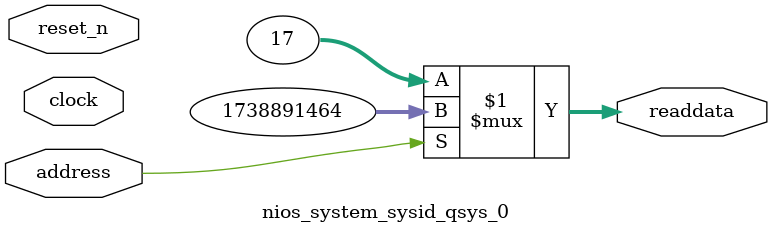
<source format=v>



// synthesis translate_off
`timescale 1ns / 1ps
// synthesis translate_on

// turn off superfluous verilog processor warnings 
// altera message_level Level1 
// altera message_off 10034 10035 10036 10037 10230 10240 10030 

module nios_system_sysid_qsys_0 (
               // inputs:
                address,
                clock,
                reset_n,

               // outputs:
                readdata
             )
;

  output  [ 31: 0] readdata;
  input            address;
  input            clock;
  input            reset_n;

  wire    [ 31: 0] readdata;
  //control_slave, which is an e_avalon_slave
  assign readdata = address ? 1738891464 : 17;

endmodule



</source>
